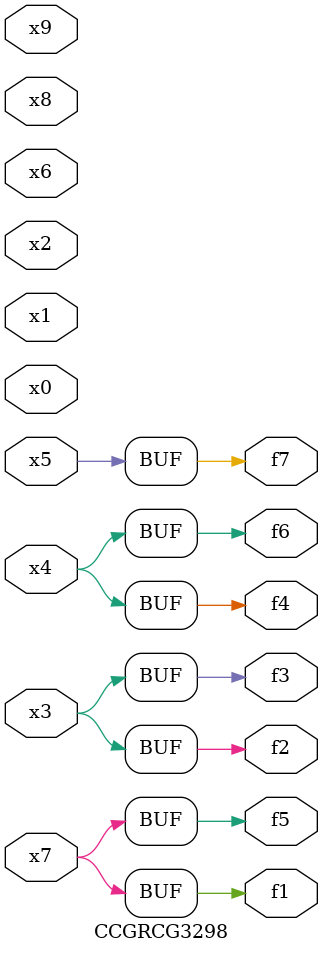
<source format=v>
module CCGRCG3298(
	input x0, x1, x2, x3, x4, x5, x6, x7, x8, x9,
	output f1, f2, f3, f4, f5, f6, f7
);
	assign f1 = x7;
	assign f2 = x3;
	assign f3 = x3;
	assign f4 = x4;
	assign f5 = x7;
	assign f6 = x4;
	assign f7 = x5;
endmodule

</source>
